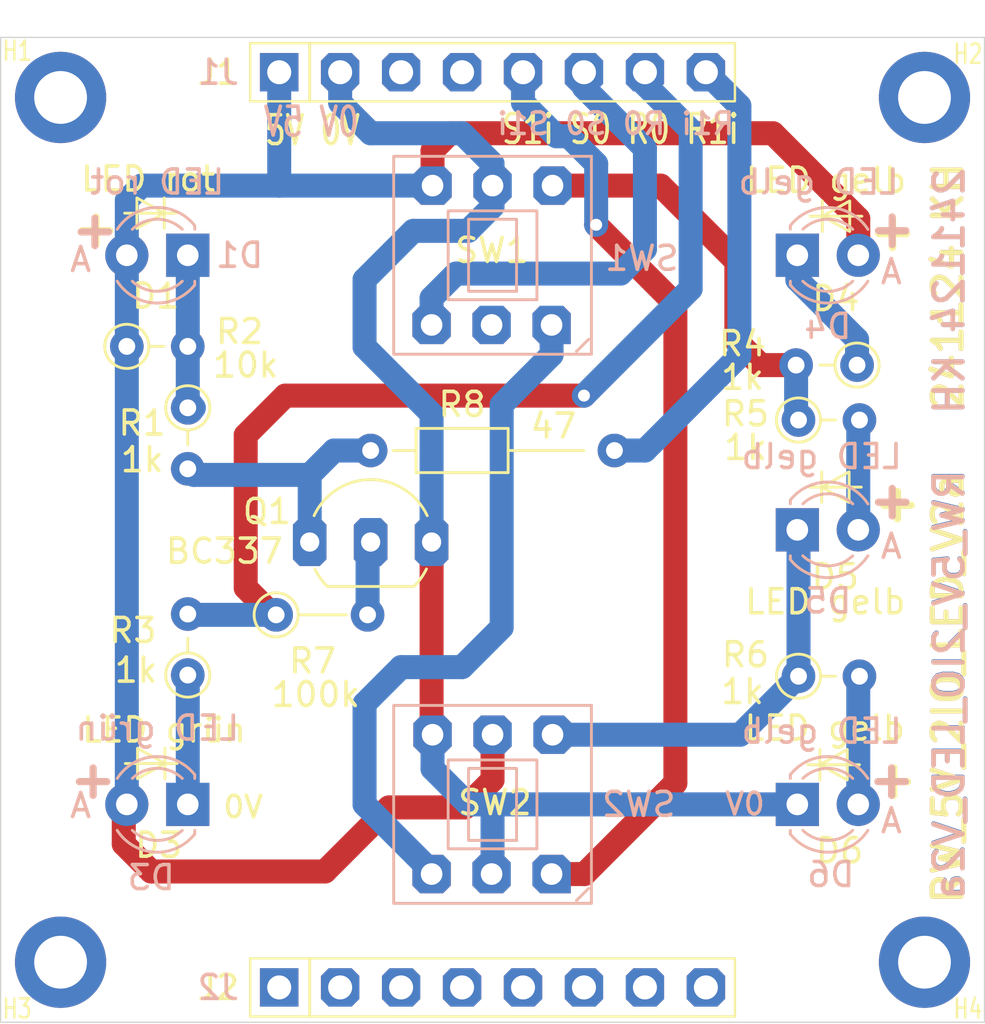
<source format=kicad_pcb>
(kicad_pcb (version 20240108) (generator "pcbnew") (generator_version "8.0")
  (layers (0 "F.Cu" signal) (31 "B.Cu" signal) (34 "B.Paste" user) (35 "F.Paste" user) (36 "B.SilkS" user "B.Silkscreen") (37 "F.SilkS" user "F.Silkscreen") (38 "B.Mask" user) (39 "F.Mask" user) (44 "Edge.Cuts" user))
  (net 0 "")
  (net 1 "Net-(D1-K)")
  (net 2 "/V_I2C")
  (net 3 "/LED_on")
  (net 4 "Net-(D3-K)")
  (net 5 "Net-(D4-K)")
  (net 6 "Net-(D5-A)")
  (net 7 "/S1i")
  (net 8 "/0V")
  (net 9 "/R1i")
  (net 13 "/S0")
  (net 16 "/R0")
  (net 22 "/LED_off")
  (net 24 "/S1ii")
  (net 25 "Net-(Q1-B)")
  (net 26 "Net-(Q1-C)")
  (net 27 "Net-(D6-A)")
  (footprint "Resistor_THT:R_Axial_DIN0204_L3.6mm_D1.6mm_P2.54mm_Vertical" (layer "F.Cu") (at 39.37 50.496 90)
    (property "Reference" "R3" (at 1.855 -2.286 0) (layer "F.SilkS"))
    (property "Value" "1k")
    (fp_line (start 0.92 0) (end 1.54 0) (stroke (width 0.12)) (layer "F.SilkS"))
    (fp_circle (center 0 0) (end 0.92 0) (stroke (width 0.12)) (fill none) (layer "F.SilkS"))
    (pad "1" thru_hole circle (at 0 0 90) (size 1.4 1.4) (drill 0.7) (layers "*.Cu" "*.Mask") (net 4 "Net-(D3-K)"))
    (pad "2" thru_hole oval (at 2.54 0 90) (size 1.4 1.4) (drill 0.7) (layers "*.Cu" "*.Mask") (net 16 "/R0"))
  )
  (footprint "Resistor_THT:R_Axial_DIN0204_L3.6mm_D1.6mm_P2.54mm_Vertical" (layer "F.Cu") (at 67.26 37.592 180)
    (property "Reference" "R4" (at 4.776 0.889 0) (layer "F.SilkS"))
    (property "Value" "1k")
    (fp_line (start 0.92 0) (end 1.54 0) (stroke (width 0.12)) (layer "F.SilkS"))
    (fp_circle (center 0 0) (end 0.92 0) (stroke (width 0.12)) (fill none) (layer "F.SilkS"))
    (pad "1" thru_hole circle (at 0 0 180) (size 1.4 1.4) (drill 0.7) (layers "*.Cu" "*.Mask") (net 5 "Net-(D4-K)"))
    (pad "2" thru_hole oval (at 2.54 0 180) (size 1.4 1.4) (drill 0.7) (layers "*.Cu" "*.Mask") (net 22 "/LED_off"))
  )
  (footprint "_kh_library:R_Axial_DIN0204_L3.6mm_D1.6mm_P2.54mm_Vertical_kh" (layer "F.Cu") (at 36.83 36.813)
    (property "Reference" "R2" (at 4.699 -0.618 0) (layer "F.SilkS"))
    (property "Value" "10k")
    (fp_line (start 0.92 0) (end 1.54 0) (stroke (width 0.12)) (layer "F.SilkS"))
    (fp_circle (center 0 0) (end 0.92 0) (stroke (width 0.12)) (fill none) (layer "F.SilkS"))
    (pad "1" thru_hole circle (at 0 0) (size 1.4 1.4) (drill 0.7) (layers "*.Cu" "*.Mask") (net 2 "/V_I2C"))
    (pad "2" thru_hole oval (at 2.54 0) (size 1.4 1.4) (drill 0.7) (layers "*.Cu" "*.Mask") (net 1 "Net-(D1-K)"))
  )
  (footprint "_kh_library:MountingHole_2.2mm_M2_Pad_TopBottom_kh" (layer "F.Cu") (at 70.07 26.45)
    (property "Reference" "H2" (at 1.812 -1.812 0) (layer "F.SilkS") (effects (font (size 0.8 0.6) (thickness 0.1) (bold yes))))
    (property "Value" "MountingHole" (hide yes))
    (pad "1" thru_hole circle (at 0 0) (size 2.6 2.6) (drill 2.2) (layers "*.Cu" "*.Mask"))
    (pad "1" connect circle (at 0 0) (size 3.8 3.8) (layers "F.Cu" "F.Mask"))
    (pad "1" connect circle (at 0 0) (size 3.8 3.8) (layers "B.Cu" "B.Mask"))
  )
  (footprint "_kh_library:MountingHole_2.2mm_M2_Pad_TopBottom_kh" (layer "F.Cu") (at 34.07 26.45)
    (property "Reference" "H1" (at -1.812 -1.939 0) (layer "F.SilkS") (effects (font (size 0.8 0.6) (thickness 0.1) (bold yes))))
    (property "Value" "MountingHole" (hide yes))
    (pad "1" thru_hole circle (at 0 0) (size 2.6 2.6) (drill 2.2) (layers "*.Cu" "*.Mask"))
    (pad "1" connect circle (at 0 0) (size 3.8 3.8) (layers "F.Cu" "F.Mask"))
    (pad "1" connect circle (at 0 0) (size 3.8 3.8) (layers "B.Cu" "B.Mask"))
  )
  (footprint "Resistor_THT:R_Axial_DIN0204_L3.6mm_D1.6mm_P2.54mm_Vertical" (layer "F.Cu") (at 39.37 39.37 -90)
    (property "Reference" "R1" (at 0.635 1.905 180) (layer "F.SilkS"))
    (property "Value" "1k")
    (fp_line (start 0.92 0) (end 1.54 0) (stroke (width 0.12)) (layer "F.SilkS"))
    (fp_circle (center 0 0) (end 0.92 0) (stroke (width 0.12)) (fill none) (layer "F.SilkS"))
    (pad "1" thru_hole circle (at 0 0 270) (size 1.4 1.4) (drill 0.7) (layers "*.Cu" "*.Mask") (net 1 "Net-(D1-K)"))
    (pad "2" thru_hole oval (at 2.54 0 270) (size 1.4 1.4) (drill 0.7) (layers "*.Cu" "*.Mask") (net 26 "Net-(Q1-C)"))
  )
  (footprint "_kh_library:R_Axial_DIN0204_L3.6mm_D1.6mm_P10,16mm_Horizontal" (layer "F.Cu") (at 46.99 41.148)
    (property "Reference" "R8" (at 3.81 -1.92 0) (layer "F.SilkS"))
    (property "Value" "47")
    (fp_line (start 0.94 0) (end 1.89 0) (stroke (width 0.12)) (layer "F.SilkS"))
    (fp_line (start 1.89 -0.92) (end 1.89 0.92) (stroke (width 0.12)) (layer "F.SilkS"))
    (fp_line (start 1.89 0.92) (end 5.73 0.92) (stroke (width 0.12)) (layer "F.SilkS"))
    (fp_line (start 5.73 -0.92) (end 1.89 -0.92) (stroke (width 0.12)) (layer "F.SilkS"))
    (fp_line (start 5.73 0.92) (end 5.73 -0.92) (stroke (width 0.12)) (layer "F.SilkS"))
    (fp_line (start 8.89 0) (end 5.73 0) (stroke (width 0.12)) (layer "F.SilkS"))
    (pad "1" thru_hole circle (at 0 0) (size 1.4 1.4) (drill 0.7) (layers "*.Cu" "*.Mask") (net 26 "Net-(Q1-C)"))
    (pad "2" thru_hole oval (at 10.16 0) (size 1.4 1.4) (drill 0.7) (layers "*.Cu" "*.Mask") (net 9 "/R1i"))
  )
  (footprint "Resistor_THT:R_Axial_DIN0204_L3.6mm_D1.6mm_P2.54mm_Vertical" (layer "F.Cu") (at 64.82 50.546)
    (property "Reference" "R6" (at -2.209 -0.889 180) (layer "F.SilkS"))
    (property "Value" "1k")
    (fp_line (start 0.92 0) (end 1.54 0) (stroke (width 0.12)) (layer "F.SilkS"))
    (fp_circle (center 0 0) (end 0.92 0) (stroke (width 0.12)) (fill none) (layer "F.SilkS"))
    (pad "1" thru_hole circle (at 0 0) (size 1.4 1.4) (drill 0.7) (layers "*.Cu" "*.Mask") (net 3 "/LED_on"))
    (pad "2" thru_hole oval (at 2.54 0) (size 1.4 1.4) (drill 0.7) (layers "*.Cu" "*.Mask") (net 27 "Net-(D6-A)"))
  )
  (footprint "_kh_library:PinSocket_1x08_P2.54mm_Vertical_11mm_kh" (layer "F.Cu") (at 43.18 25.4 90)
    (property "Reference" "J1" (at 0 -2.54 180) (layer "F.SilkS"))
    (property "Value" "Conn_01x08_Pin")
    (fp_line (start -1.21 1.27) (end 1.21 1.27) (stroke (width 0.12)) (layer "F.SilkS"))
    (fp_rect (start -1.21 -1.21) (end 1.21 18.99) (stroke (width 0.1)) (fill none) (layer "F.SilkS"))
    (pad "1" thru_hole rect (at 0 0 90) (size 1.6 1.6) (drill 1) (layers "*.Cu" "*.Mask") (net 2 "/V_I2C"))
    (pad "2" thru_hole roundrect (at 0 2.54 90) (size 1.6 1.6) (drill 1) (layers "*.Cu" "*.Mask") (roundrect_rratio 0) (chamfer_ratio 0.2) (chamfer top_left top_right bottom_left bottom_right) (net 8 "/0V"))
    (pad "3" thru_hole roundrect (at 0 5.08 90) (size 1.6 1.6) (drill 1) (layers "*.Cu" "*.Mask") (roundrect_rratio 0) (chamfer_ratio 0.2) (chamfer top_left top_right bottom_left bottom_right))
    (pad "4" thru_hole roundrect (at 0 7.62 90) (size 1.6 1.6) (drill 1) (layers "*.Cu" "*.Mask") (roundrect_rratio 0) (chamfer_ratio 0.2) (chamfer top_left top_right bottom_left bottom_right))
    (pad "5" thru_hole roundrect (at 0 10.16 90) (size 1.6 1.6) (drill 1) (layers "*.Cu" "*.Mask") (roundrect_rratio 0) (chamfer_ratio 0.2) (chamfer top_left top_right bottom_left bottom_right) (net 7 "/S1i"))
    (pad "6" thru_hole roundrect (at 0 12.7 90) (size 1.6 1.6) (drill 1) (layers "*.Cu" "*.Mask") (roundrect_rratio 0) (chamfer_ratio 0.2) (chamfer top_left top_right bottom_left bottom_right) (net 13 "/S0"))
    (pad "7" thru_hole roundrect (at 0 15.24 90) (size 1.6 1.6) (drill 1) (layers "*.Cu" "*.Mask") (roundrect_rratio 0) (chamfer_ratio 0.2) (chamfer top_left top_right bottom_left bottom_right) (net 16 "/R0"))
    (pad "8" thru_hole roundrect (at 0 17.78 90) (size 1.6 1.6) (drill 1) (layers "*.Cu" "*.Mask") (roundrect_rratio 0) (chamfer_ratio 0.2) (chamfer top_left top_right bottom_left bottom_right) (net 9 "/R1i"))
  )
  (footprint "Resistor_THT:R_Axial_DIN0204_L3.6mm_D1.6mm_P2.54mm_Vertical" (layer "F.Cu") (at 64.82 39.878)
    (property "Reference" "R5" (at -2.209 -0.254 0) (layer "F.SilkS"))
    (property "Value" "1k")
    (fp_line (start 0.92 0) (end 1.54 0) (stroke (width 0.12)) (layer "F.SilkS"))
    (fp_circle (center 0 0) (end 0.92 0) (stroke (width 0.12)) (fill none) (layer "F.SilkS"))
    (pad "1" thru_hole circle (at 0 0) (size 1.4 1.4) (drill 0.7) (layers "*.Cu" "*.Mask") (net 22 "/LED_off"))
    (pad "2" thru_hole oval (at 2.54 0) (size 1.4 1.4) (drill 0.7) (layers "*.Cu" "*.Mask") (net 6 "Net-(D5-A)"))
  )
  (footprint "_kh_library:TO-92_Inline_Wide_custom" (layer "F.Cu") (at 44.45 44.958)
    (property "Reference" "Q1" (at -1.778 -1.27 0) (layer "F.SilkS"))
    (property "Value" "BC337")
    (fp_line (start 0.74 1.85) (end 4.34 1.85) (stroke (width 0.12)) (layer "F.SilkS"))
    (fp_arc (start 0.1836 -1.098807) (mid 1.143021 -2.192817) (end 2.54 -2.6) (stroke (width 0.12)) (layer "F.SilkS"))
    (fp_arc (start 0.74 1.85) (mid 0.446097 1.509328) (end 0.215816 1.122795) (stroke (width 0.12)) (layer "F.SilkS"))
    (fp_arc (start 2.54 -2.6) (mid 3.936979 -2.192818) (end 4.8964 -1.098807) (stroke (width 0.12)) (layer "F.SilkS"))
    (fp_arc (start 4.864184 1.122795) (mid 4.633903 1.509328) (end 4.34 1.85) (stroke (width 0.12)) (layer "F.SilkS"))
    (pad "1" thru_hole roundrect (at 0 0) (size 1.4 2) (drill 0.8) (layers "*.Cu" "*.Mask") (roundrect_rratio 0) (chamfer_ratio 0.2) (chamfer top_left top_right bottom_left bottom_right) (net 26 "Net-(Q1-C)"))
    (pad "2" thru_hole roundrect (at 2.54 0) (size 1.4 2) (drill 0.8) (layers "*.Cu" "*.Mask") (roundrect_rratio 0) (chamfer_ratio 0.2) (chamfer top_left top_right bottom_left bottom_right) (net 25 "Net-(Q1-B)"))
    (pad "3" thru_hole roundrect (at 5.08 0) (size 1.4 2) (drill 0.8) (layers "*.Cu" "*.Mask") (roundrect_rratio 0) (chamfer_ratio 0.2) (chamfer top_left top_right bottom_left bottom_right) (net 8 "/0V"))
  )
  (footprint "_kh_library:R_Axial_DIN0204_L3.6mm_D1.6mm_P3.81mm_Vertical_kh" (layer "F.Cu") (at 43.053 47.989)
    (property "Reference" "R7" (at 1.524 1.922 0) (layer "F.SilkS"))
    (property "Value" "100k")
    (fp_line (start 1.016 0) (end 2.921 0) (stroke (width 0.12)) (layer "F.SilkS"))
    (fp_circle (center 0 0) (end 0.92 0) (stroke (width 0.12)) (fill none) (layer "F.SilkS"))
    (pad "1" thru_hole circle (at 0 0) (size 1.4 1.4) (drill 0.7) (layers "*.Cu" "*.Mask") (net 16 "/R0"))
    (pad "2" thru_hole oval (at 3.81 0) (size 1.4 1.4) (drill 0.7) (layers "*.Cu" "*.Mask") (net 25 "Net-(Q1-B)"))
  )
  (footprint "_kh_library:MountingHole_2.2mm_M2_Pad_TopBottom_kh" (layer "F.Cu") (at 34.07 62.45)
    (property "Reference" "H3" (at -1.812 1.939 0) (layer "F.SilkS") (effects (font (size 0.8 0.6) (thickness 0.1) (bold yes))))
    (property "Value" "MountingHole" (hide yes))
    (pad "1" thru_hole circle (at 0 0) (size 2.6 2.6) (drill 2.2) (layers "*.Cu" "*.Mask"))
    (pad "1" connect circle (at 0 0) (size 3.8 3.8) (layers "F.Cu" "F.Mask"))
    (pad "1" connect circle (at 0 0) (size 3.8 3.8) (layers "B.Cu" "B.Mask"))
  )
  (footprint "_kh_library:PinSocket_1x08_P2.54mm_Vertical_11mm_kh" (layer "F.Cu") (at 43.18 63.5 90)
    (property "Reference" "J2" (at 0 -2.54 180) (layer "F.SilkS"))
    (property "Value" "Conn_01x08_Pin")
    (fp_line (start -1.21 1.27) (end 1.21 1.27) (stroke (width 0.12)) (layer "F.SilkS"))
    (fp_rect (start -1.21 -1.21) (end 1.21 18.99) (stroke (width 0.1)) (fill none) (layer "F.SilkS"))
    (pad "1" thru_hole rect (at 0 0 90) (size 1.6 1.6) (drill 1) (layers "*.Cu" "*.Mask"))
    (pad "2" thru_hole roundrect (at 0 2.54 90) (size 1.6 1.6) (drill 1) (layers "*.Cu" "*.Mask") (roundrect_rratio 0) (chamfer_ratio 0.2) (chamfer top_left top_right bottom_left bottom_right))
    (pad "3" thru_hole roundrect (at 0 5.08 90) (size 1.6 1.6) (drill 1) (layers "*.Cu" "*.Mask") (roundrect_rratio 0) (chamfer_ratio 0.2) (chamfer top_left top_right bottom_left bottom_right))
    (pad "4" thru_hole roundrect (at 0 7.62 90) (size 1.6 1.6) (drill 1) (layers "*.Cu" "*.Mask") (roundrect_rratio 0) (chamfer_ratio 0.2) (chamfer top_left top_right bottom_left bottom_right))
    (pad "5" thru_hole roundrect (at 0 10.16 90) (size 1.6 1.6) (drill 1) (layers "*.Cu" "*.Mask") (roundrect_rratio 0) (chamfer_ratio 0.2) (chamfer top_left top_right bottom_left bottom_right))
    (pad "6" thru_hole roundrect (at 0 12.7 90) (size 1.6 1.6) (drill 1) (layers "*.Cu" "*.Mask") (roundrect_rratio 0) (chamfer_ratio 0.2) (chamfer top_left top_right bottom_left bottom_right))
    (pad "7" thru_hole roundrect (at 0 15.24 90) (size 1.6 1.6) (drill 1) (layers "*.Cu" "*.Mask") (roundrect_rratio 0) (chamfer_ratio 0.2) (chamfer top_left top_right bottom_left bottom_right))
    (pad "8" thru_hole roundrect (at 0 17.78 90) (size 1.6 1.6) (drill 1) (layers "*.Cu" "*.Mask") (roundrect_rratio 0) (chamfer_ratio 0.2) (chamfer top_left top_right bottom_left bottom_right))
  )
  (footprint "_kh_library:MountingHole_2.2mm_M2_Pad_TopBottom_kh" (layer "F.Cu") (at 70.07 62.45)
    (property "Reference" "H4" (at 1.812 1.939 0) (layer "F.SilkS") (effects (font (size 0.8 0.6) (thickness 0.1) (bold yes))))
    (property "Value" "MountingHole" (hide yes))
    (pad "1" thru_hole circle (at 0 0) (size 2.6 2.6) (drill 2.2) (layers "*.Cu" "*.Mask"))
    (pad "1" connect circle (at 0 0) (size 3.8 3.8) (layers "F.Cu" "F.Mask"))
    (pad "1" connect circle (at 0 0) (size 3.8 3.8) (layers "B.Cu" "B.Mask"))
  )
  (footprint "LED_THT:LED_D3.0mm" (layer "B.Cu") (at 64.77 33.02)
    (property "Reference" "D4" (at 1.27 2.96 180) (layer "B.SilkS") (effects (justify mirror)))
    (property "Value" "LED gelb")
    (fp_line (start -0.29 -1.236) (end -0.29 -1.08) (stroke (width 0.12)) (layer "B.SilkS"))
    (fp_line (start -0.29 1.08) (end -0.29 1.236) (stroke (width 0.12)) (layer "B.SilkS"))
    (fp_arc (start -0.29 -1.235516) (mid 1.366487 -1.987659) (end 2.942335 -1.078608) (stroke (width 0.12)) (layer "B.SilkS"))
    (fp_arc (start 0.229039 -1.08) (mid 1.270117 -1.5) (end 2.31113 -1.079837) (stroke (width 0.12)) (layer "B.SilkS"))
    (fp_arc (start 2.31113 1.079837) (mid 1.270117 1.5) (end 0.229039 1.08) (stroke (width 0.12)) (layer "B.SilkS"))
    (fp_arc (start 2.942335 1.078608) (mid 1.366487 1.987659) (end -0.29 1.235516) (stroke (width 0.12)) (layer "B.SilkS"))
    (pad "1" thru_hole rect (at 0 0) (size 1.8 1.8) (drill 0.9) (layers "*.Cu" "*.Mask") (net 5 "Net-(D4-K)"))
    (pad "2" thru_hole circle (at 2.54 0) (size 1.8 1.8) (drill 0.9) (layers "*.Cu" "*.Mask") (net 2 "/V_I2C"))
  )
  (footprint "LED_THT:LED_D3.0mm" (layer "B.Cu") (at 64.77 44.45)
    (property "Reference" "D5" (at 1.27 2.96 180) (layer "B.SilkS") (effects (justify mirror)))
    (property "Value" "LED gelb")
    (fp_line (start -0.29 -1.236) (end -0.29 -1.08) (stroke (width 0.12)) (layer "B.SilkS"))
    (fp_line (start -0.29 1.08) (end -0.29 1.236) (stroke (width 0.12)) (layer "B.SilkS"))
    (fp_arc (start -0.29 -1.235516) (mid 1.366487 -1.987659) (end 2.942335 -1.078608) (stroke (width 0.12)) (layer "B.SilkS"))
    (fp_arc (start 0.229039 -1.08) (mid 1.270117 -1.5) (end 2.31113 -1.079837) (stroke (width 0.12)) (layer "B.SilkS"))
    (fp_arc (start 2.31113 1.079837) (mid 1.270117 1.5) (end 0.229039 1.08) (stroke (width 0.12)) (layer "B.SilkS"))
    (fp_arc (start 2.942335 1.078608) (mid 1.366487 1.987659) (end -0.29 1.235516) (stroke (width 0.12)) (layer "B.SilkS"))
    (pad "1" thru_hole rect (at 0 0) (size 1.8 1.8) (drill 0.9) (layers "*.Cu" "*.Mask") (net 3 "/LED_on"))
    (pad "2" thru_hole circle (at 2.54 0) (size 1.8 1.8) (drill 0.9) (layers "*.Cu" "*.Mask") (net 6 "Net-(D5-A)"))
  )
  (footprint "_kh_library:SW_Push_DPDT_8x8" (layer "B.Cu") (at 54.57 35.92 180)
    (property "Reference" "SW1" (at -3.723 2.773 0) (layer "B.SilkS") (effects (justify mirror)))
    (property "Value" "SW_Push_DPDT_8x8" (hide yes))
    (fp_line (start -1 -1.1) (end -1.5 -0.6) (stroke (width 0.12)) (layer "B.SilkS"))
    (fp_rect (start 1.5 1.4) (end 3.5 4.4) (stroke (width 0.12)) (fill none) (layer "B.SilkS"))
    (fp_rect (start 0.65 1.05) (end 4.35 4.75) (stroke (width 0.12)) (fill none) (layer "B.SilkS"))
    (fp_rect (start -1.62 7.02) (end 6.62 -1.22) (stroke (width 0.12)) (fill none) (layer "B.SilkS"))
    (pad "1" thru_hole roundrect (at 0.04 0 180) (size 1.6 1.6) (drill 0.9) (layers "*.Cu" "*.Mask") (roundrect_rratio 0) (chamfer_ratio 0.2) (chamfer top_right bottom_left bottom_right) (net 24 "/S1ii"))
    (pad "2" thru_hole roundrect (at 2.54 0 180) (size 1.6 1.6) (drill 0.9) (layers "*.Cu" "*.Mask") (roundrect_rratio 0) (chamfer_ratio 0.2) (chamfer top_left top_right bottom_left bottom_right))
    (pad "3" thru_hole roundrect (at 5.04 0 180) (size 1.6 1.6) (drill 0.9) (layers "*.Cu" "*.Mask") (roundrect_rratio 0) (chamfer_ratio 0.2) (chamfer top_left top_right bottom_left bottom_right) (net 13 "/S0"))
    (pad "4" thru_hole roundrect (at 5 5.8 180) (size 1.6 1.6) (drill 0.9) (layers "*.Cu" "*.Mask") (roundrect_rratio 0) (chamfer_ratio 0.2) (chamfer top_left top_right bottom_left bottom_right) (net 2 "/V_I2C"))
    (pad "5" thru_hole roundrect (at 2.5 5.8 180) (size 1.6 1.6) (drill 0.9) (layers "*.Cu" "*.Mask") (roundrect_rratio 0) (chamfer_ratio 0.2) (chamfer top_left top_right bottom_left bottom_right) (net 8 "/0V"))
    (pad "6" thru_hole roundrect (at 0 5.8 180) (size 1.6 1.6) (drill 0.9) (layers "*.Cu" "*.Mask") (roundrect_rratio 0) (chamfer_ratio 0.2) (chamfer top_left top_right bottom_left bottom_right) (net 22 "/LED_off"))
  )
  (footprint "LED_THT:LED_D3.0mm" (layer "B.Cu") (at 39.37 33.02 180)
    (property "Reference" "D1" (at -2.159 0 0) (layer "B.SilkS") (effects (justify mirror)))
    (property "Value" "LED rot")
    (fp_line (start -0.29 1.08) (end -0.29 1.236) (stroke (width 0.12)) (layer "B.SilkS"))
    (fp_line (start -0.29 -1.236) (end -0.29 -1.08) (stroke (width 0.12)) (layer "B.SilkS"))
    (fp_arc (start 2.942335 1.078608) (mid 1.366487 1.987659) (end -0.29 1.235516) (stroke (width 0.12)) (layer "B.SilkS"))
    (fp_arc (start 2.31113 1.079837) (mid 1.270117 1.5) (end 0.229039 1.08) (stroke (width 0.12)) (layer "B.SilkS"))
    (fp_arc (start 0.229039 -1.08) (mid 1.270117 -1.5) (end 2.31113 -1.079837) (stroke (width 0.12)) (layer "B.SilkS"))
    (fp_arc (start -0.29 -1.235516) (mid 1.366487 -1.987659) (end 2.942335 -1.078608) (stroke (width 0.12)) (layer "B.SilkS"))
    (pad "1" thru_hole rect (at 0 0 180) (size 1.8 1.8) (drill 0.9) (layers "*.Cu" "*.Mask") (net 1 "Net-(D1-K)"))
    (pad "2" thru_hole circle (at 2.54 0 180) (size 1.8 1.8) (drill 0.9) (layers "*.Cu" "*.Mask") (net 2 "/V_I2C"))
  )
  (footprint "_kh_library:SW_Push_DPDT_8x8" (layer "B.Cu") (at 54.57 58.78 180)
    (property "Reference" "SW2" (at -3.596 2.9 0) (layer "B.SilkS") (effects (justify mirror)))
    (property "Value" "SW_Push_DPDT_8x8")
    (fp_line (start -1 -1.1) (end -1.5 -0.6) (stroke (width 0.12)) (layer "B.SilkS"))
    (fp_rect (start 1.5 1.4) (end 3.5 4.4) (stroke (width 0.12)) (fill none) (layer "B.SilkS"))
    (fp_rect (start 0.65 1.05) (end 4.35 4.75) (stroke (width 0.12)) (fill none) (layer "B.SilkS"))
    (fp_rect (start -1.62 7.02) (end 6.62 -1.22) (stroke (width 0.12)) (fill none) (layer "B.SilkS"))
    (pad "1" thru_hole roundrect (at 0.04 0 180) (size 1.6 1.6) (drill 0.9) (layers "*.Cu" "*.Mask") (roundrect_rratio 0) (chamfer_ratio 0.2) (chamfer top_right bottom_left bottom_right) (net 7 "/S1i"))
    (pad "2" thru_hole roundrect (at 2.54 0 180) (size 1.6 1.6) (drill 0.9) (layers "*.Cu" "*.Mask") (roundrect_rratio 0) (chamfer_ratio 0.2) (chamfer top_left top_right bottom_left bottom_right) (net 8 "/0V"))
    (pad "3" thru_hole roundrect (at 5.04 0 180) (size 1.6 1.6) (drill 0.9) (layers "*.Cu" "*.Mask") (roundrect_rratio 0) (chamfer_ratio 0.2) (chamfer top_left top_right bottom_left bottom_right) (net 24 "/S1ii"))
    (pad "4" thru_hole roundrect (at 5 5.8 180) (size 1.6 1.6) (drill 0.9) (layers "*.Cu" "*.Mask") (roundrect_rratio 0) (chamfer_ratio 0.2) (chamfer top_left top_right bottom_left bottom_right) (net 8 "/0V"))
    (pad "5" thru_hole roundrect (at 2.5 5.8 180) (size 1.6 1.6) (drill 0.9) (layers "*.Cu" "*.Mask") (roundrect_rratio 0) (chamfer_ratio 0.2) (chamfer top_left top_right bottom_left bottom_right) (net 2 "/V_I2C"))
    (pad "6" thru_hole roundrect (at 0 5.8 180) (size 1.6 1.6) (drill 0.9) (layers "*.Cu" "*.Mask") (roundrect_rratio 0) (chamfer_ratio 0.2) (chamfer top_left top_right bottom_left bottom_right) (net 3 "/LED_on"))
  )
  (footprint "LED_THT:LED_D3.0mm" (layer "B.Cu") (at 39.37 55.88 180)
    (property "Reference" "D3" (at 1.524 -3.048 0) (layer "B.SilkS") (effects (justify mirror)))
    (property "Value" "LED grün")
    (fp_line (start -0.29 1.08) (end -0.29 1.236) (stroke (width 0.12)) (layer "B.SilkS"))
    (fp_line (start -0.29 -1.236) (end -0.29 -1.08) (stroke (width 0.12)) (layer "B.SilkS"))
    (fp_arc (start 2.942335 1.078608) (mid 1.366487 1.987659) (end -0.29 1.235516) (stroke (width 0.12)) (layer "B.SilkS"))
    (fp_arc (start 2.31113 1.079837) (mid 1.270117 1.5) (end 0.229039 1.08) (stroke (width 0.12)) (layer "B.SilkS"))
    (fp_arc (start 0.229039 -1.08) (mid 1.270117 -1.5) (end 2.31113 -1.079837) (stroke (width 0.12)) (layer "B.SilkS"))
    (fp_arc (start -0.29 -1.235516) (mid 1.366487 -1.987659) (end 2.942335 -1.078608) (stroke (width 0.12)) (layer "B.SilkS"))
    (pad "1" thru_hole rect (at 0 0 180) (size 1.8 1.8) (drill 0.9) (layers "*.Cu" "*.Mask") (net 4 "Net-(D3-K)"))
    (pad "2" thru_hole circle (at 2.54 0 180) (size 1.8 1.8) (drill 0.9) (layers "*.Cu" "*.Mask") (net 2 "/V_I2C"))
  )
  (footprint "LED_THT:LED_D3.0mm" (layer "B.Cu") (at 64.77 55.88)
    (property "Reference" "D6" (at 1.397 2.921 180) (layer "B.SilkS") (effects (justify mirror)))
    (property "Value" "LED gelb")
    (fp_line (start -0.29 -1.236) (end -0.29 -1.08) (stroke (width 0.12)) (layer "B.SilkS"))
    (fp_line (start -0.29 1.08) (end -0.29 1.236) (stroke (width 0.12)) (layer "B.SilkS"))
    (fp_arc (start -0.29 -1.235516) (mid 1.366487 -1.987659) (end 2.942335 -1.078608) (stroke (width 0.12)) (layer "B.SilkS"))
    (fp_arc (start 0.229039 -1.08) (mid 1.270117 -1.5) (end 2.31113 -1.079837) (stroke (width 0.12)) (layer "B.SilkS"))
    (fp_arc (start 2.31113 1.079837) (mid 1.270117 1.5) (end 0.229039 1.08) (stroke (width 0.12)) (layer "B.SilkS"))
    (fp_arc (start 2.942335 1.078608) (mid 1.366487 1.987659) (end -0.29 1.235516) (stroke (width 0.12)) (layer "B.SilkS"))
    (pad "1" thru_hole rect (at 0 0) (size 1.8 1.8) (drill 0.9) (layers "*.Cu" "*.Mask") (net 8 "/0V"))
    (pad "2" thru_hole circle (at 2.54 0) (size 1.8 1.8) (drill 0.9) (layers "*.Cu" "*.Mask") (net 27 "Net-(D6-A)"))
  )
  (gr_poly (pts (xy 65.7098 54.229) (xy 66.8528 54.864) (xy 66.8528 53.594)) (stroke (width 0.12)) (fill none) (layer "F.SilkS"))
  (gr_line (start 65.8114 32.0294) (end 65.8114 30.7594) (stroke (width 0.12)) (layer "F.SilkS"))
  (gr_line (start 36.7665 54.1782) (end 38.9255 54.1782) (stroke (width 0.12)) (layer "F.SilkS"))
  (gr_line (start 67.437 42.672) (end 65.278 42.672) (stroke (width 0.12)) (layer "F.SilkS"))
  (gr_line (start 67.3608 54.229) (end 65.2018 54.229) (stroke (width 0.12)) (layer "F.SilkS"))
  (gr_poly (pts (xy 38.4175 54.1782) (xy 37.2745 53.5432) (xy 37.2745 54.8132)) (stroke (width 0.12)) (fill none) (layer "F.SilkS"))
  (gr_line (start 38.4175 53.5432) (end 38.4175 54.8132) (stroke (width 0.12)) (layer "F.SilkS"))
  (gr_line (start 65.7098 54.864) (end 65.7098 53.594) (stroke (width 0.12)) (layer "F.SilkS"))
  (gr_line (start 65.786 43.307) (end 65.786 42.037) (stroke (width 0.12)) (layer "F.SilkS"))
  (gr_poly (pts (xy 65.8114 31.3944) (xy 66.9544 32.0294) (xy 66.9544 30.7594)) (stroke (width 0.12)) (fill none) (layer "F.SilkS"))
  (gr_poly (pts (xy 65.786 42.672) (xy 66.929 43.307) (xy 66.929 42.037)) (stroke (width 0.12)) (fill none) (layer "F.SilkS"))
  (gr_line (start 36.7411 31.2674) (end 38.9001 31.2674) (stroke (width 0.12)) (layer "F.SilkS"))
  (gr_line (start 38.3921 30.6324) (end 38.3921 31.9024) (stroke (width 0.12)) (layer "F.SilkS"))
  (gr_line (start 67.4624 31.3944) (end 65.3034 31.3944) (stroke (width 0.12)) (layer "F.SilkS"))
  (gr_poly (pts (xy 38.3921 31.2674) (xy 37.2491 30.6324) (xy 37.2491 31.9024)) (stroke (width 0.12)) (fill none) (layer "F.SilkS"))
  (gr_rect (start 31.57 23.95) (end 72.57 64.95) (stroke (width 0.05)) (fill none) (layer "Edge.Cuts"))
  (gr_text "RW_5V_2IO_LED_V2a" (at 71.75 60.1218 90) (layer "F.Cu") (effects (font (size 1.2 1.2) (thickness 0.2) (bold yes)) (justify left bottom)))
  (gr_text "241124 KH" (at 71.75 39.5478 90) (layer "F.Cu") (effects (font (size 1.2 1.2) (thickness 0.2) (bold yes)) (justify left bottom)))
  (gr_text "RW_5V_2IO_LED_V2a" (at 71.8058 41.8084 90) (layer "B.Cu") (effects (font (size 1.2 1.2) (thickness 0.2) (bold yes)) (justify left bottom mirror)))
  (gr_text "241124 KH" (at 71.8058 29.2608 90) (layer "B.Cu") (effects (font (size 1.2 1.2) (thickness 0.2) (bold yes)) (justify left bottom mirror)))
  (gr_text "+" (at 69.85 32.766 0) (layer "B.SilkS") (effects (font (size 1.5 1.5) (thickness 0.3) (bold yes)) (justify left bottom mirror)))
  (gr_text "A" (at 69.215 45.72 0) (layer "B.SilkS") (effects (font (size 1 1) (thickness 0.15) (bold yes)) (justify left bottom mirror)))
  (gr_text "J2" (at 40.64 63.5 0) (layer "B.SilkS") (effects (font (size 1 1)) (justify mirror)))
  (gr_text "A" (at 69.215 34.29 0) (layer "B.SilkS") (effects (font (size 1 1) (thickness 0.15) (bold yes)) (justify left bottom mirror)))
  (gr_text "A" (at 69.215 57.15 0) (layer "B.SilkS") (effects (font (size 1 1) (thickness 0.15) (bold yes)) (justify left bottom mirror)))
  (gr_text "+" (at 69.85 44.069 0) (layer "B.SilkS") (effects (font (size 1.5 1.5) (thickness 0.3) (bold yes)) (justify left bottom mirror)))
  (gr_text "+" (at 36.6268 32.8168 0) (layer "B.SilkS") (effects (font (size 1.5 1.5) (thickness 0.3) (bold yes)) (justify left bottom mirror)))
  (gr_text "LED rot" (at 38.1 29.972 0) (layer "B.SilkS") (effects (font (size 1 1)) (justify mirror)))
  (gr_text "LED gelb" (at 65.786 41.402 0) (layer "B.SilkS") (effects (font (size 1 1)) (justify mirror)))
  (gr_text "+" (at 36.5506 55.7022 0) (layer "B.SilkS") (effects (font (size 1.5 1.5) (thickness 0.3) (bold yes)) (justify left bottom mirror)))
  (gr_text "LED gelb" (at 65.786 52.832 0) (layer "B.SilkS") (effects (font (size 1 1)) (justify mirror)))
  (gr_text "R1i R0 S0 S1i" (at 62.23 28.067 0) (layer "B.SilkS") (effects (font (size 0.9 0.9) (thickness 0.15) (bold yes)) (justify left bottom mirror)))
  (gr_text "241124 KH" (at 71.8058 29.2608 90) (layer "B.SilkS") (effects (font (size 1.2 1.2) (thickness 0.2) (bold yes)) (justify left bottom mirror)))
  (gr_text "LED gelb" (at 65.659 29.972 0) (layer "B.SilkS") (effects (font (size 1 1)) (justify mirror)))
  (gr_text "0V 5V" (at 46.5836 28.1686 0) (layer "B.SilkS") (effects (font (size 1.2 0.9) (thickness 0.15) (bold yes)) (justify left bottom mirror)))
  (gr_text "J1" (at 40.64 25.4 0) (layer "B.SilkS") (effects (font (size 1 1)) (justify mirror)))
  (gr_text "+" (at 69.8246 55.7022 0) (layer "B.SilkS") (effects (font (size 1.5 1.5) (thickness 0.3) (bold yes)) (justify left bottom mirror)))
  (gr_text "A" (at 35.433 56.515 0) (layer "B.SilkS") (effects (font (size 1 1) (thickness 0.15) (bold yes)) (justify left bottom mirror)))
  (gr_text "A" (at 35.433 33.782 0) (layer "B.SilkS") (effects (font (size 1 1) (thickness 0.15) (bold yes)) (justify left bottom mirror)))
  (gr_text "LED grün" (at 38.1 52.705 0) (layer "B.SilkS") (effects (font (size 1 1)) (justify mirror)))
  (gr_text "0V" (at 63.5 56.388 0) (layer "B.SilkS") (effects (font (size 0.9 0.9) (thickness 0.15) (bold yes)) (justify left bottom mirror)))
  (gr_text "RW_5V_2IO_LED_V2a" (at 71.8058 41.8338 90) (layer "B.SilkS") (effects (font (size 1.2 1.2) (thickness 0.2) (bold yes)) (justify left bottom mirror)))
  (gr_text "SW2" (at 50.546 56.388 0) (layer "F.SilkS") (effects (font (size 1 1) (thickness 0.15) (bold yes)) (justify left bottom)))
  (gr_text "RW_5V_2IO_LED_V2a" (at 71.75 60.1218 90) (layer "F.SilkS") (effects (font (size 1.2 1.2) (thickness 0.2) (bold yes)) (justify left bottom)))
  (gr_text "47" (at 54.61 40.132 0) (layer "F.SilkS") (effects (font (size 1 1))))
  (gr_text "S1i S0 R0 R1i" (at 52.3748 28.4734 0) (layer "F.SilkS") (effects (font (size 1.2 0.9) (thickness 0.15) (bold yes)) (justify left bottom)))
  (gr_text "+" (at 34.417 32.766 0) (layer "F.SilkS") (effects (font (size 1.5 1.5) (thickness 0.3) (bold yes)) (justify left bottom)))
  (gr_text "1k" (at 62.611 41.021 0) (layer "F.SilkS") (effects (font (size 1 1))))
  (gr_text "+" (at 67.6656 55.7022 0) (layer "F.SilkS") (effects (font (size 1.5 1.5) (thickness 0.3) (bold yes)) (justify left bottom)))
  (gr_text "1k" (at 37.465 41.529 0) (layer "F.SilkS") (effects (font (size 1 1))))
  (gr_text "0V" (at 40.767 56.515 0) (layer "F.SilkS") (effects (font (size 0.9 0.9) (thickness 0.15) (bold yes)) (justify left bottom)))
  (gr_text "BC337" (at 40.894 45.339 0) (layer "F.SilkS") (effects (font (size 1 1))))
  (gr_text "LED rot" (at 37.719 29.845 0) (layer "F.SilkS") (effects (font (size 1 1))))
  (gr_text "D6" (at 65.4558 58.3946 0) (layer "F.SilkS") (effects (font (size 1 1)) (justify left bottom)))
  (gr_text "D3" (at 37.084 58.166 0) (layer "F.SilkS") (effects (font (size 1 1)) (justify left bottom)))
  (gr_text "5V 0V" (at 42.4942 28.5242 0) (layer "F.SilkS") (effects (font (size 1.2 0.9) (thickness 0.15) (bold yes)) (justify left bottom)))
  (gr_text "D5" (at 65.278 46.99 0) (layer "F.SilkS") (effects (font (size 1 1)) (justify left bottom)))
  (gr_text "100k" (at 44.704 51.308 0) (layer "F.SilkS") (effects (font (size 1 1))))
  (gr_text "LED gelb" (at 65.9384 47.4472 0) (layer "F.SilkS") (effects (font (size 1 1))))
  (gr_text "1k" (at 37.211 50.292 0) (layer "F.SilkS") (effects (font (size 1 1))))
  (gr_text "+" (at 67.6148 32.893 0) (layer "F.SilkS") (effects (font (size 1.5 1.5) (thickness 0.3) (bold yes)) (justify left bottom)))
  (gr_text "241124 KH" (at 71.75 39.5478 90) (layer "F.SilkS") (effects (font (size 1.2 1.2) (thickness 0.2) (bold yes)) (justify left bottom)))
  (gr_text "LED gelb" (at 65.913 52.705 0) (layer "F.SilkS") (effects (font (size 1 1))))
  (gr_text "1k" (at 62.484 38.1 0) (layer "F.SilkS") (effects (font (size 1 1))))
  (gr_text "+" (at 67.818 44.196 0) (layer "F.SilkS") (effects (font (size 1.5 1.5) (thickness 0.3) (bold yes)) (justify left bottom)))
  (gr_text "D4" (at 65.3034 35.4076 0) (layer "F.SilkS") (effects (font (size 1 1)) (justify left bottom)))
  (gr_text "LED grün" (at 38.3794 52.7812 0) (layer "F.SilkS") (effects (font (size 1 1))))
  (gr_text "D1" (at 36.957 35.306 0) (layer "F.SilkS") (effects (font (size 1 1)) (justify left bottom)))
  (gr_text "SW1" (at 50.419 33.401 0) (layer "F.SilkS") (effects (font (size 1 1) (thickness 0.15) (bold yes)) (justify left bottom)))
  (gr_text "LED gelb" (at 65.9638 29.8958 0) (layer "F.SilkS") (effects (font (size 1 1))))
  (gr_text "1k" (at 62.484 51.181 0) (layer "F.SilkS") (effects (font (size 1 1))))
  (gr_text "10k" (at 41.783 37.592 0) (layer "F.SilkS") (effects (font (size 1 1))))
  (segment (start 39.37 36.813) (end 39.37 39.116) (width 1) (layer "B.Cu") (net 1))
  (segment (start 39.37 33.02) (end 39.37 36.813) (width 1) (layer "B.Cu") (net 1))
  (segment (start 39.37 39.116) (end 39.624 39.37) (width 1) (layer "B.Cu") (net 1))
  (segment (start 52.07 52.98) (end 52.07 54.864) (width 1) (layer "F.Cu") (net 2))
  (segment (start 47.752 56.007) (end 45.085 58.674) (width 1) (layer "F.Cu") (net 2))
  (segment (start 50.292 27.94) (end 49.57 28.662) (width 1) (layer "F.Cu") (net 2))
  (segment (start 37.846 58.674) (end 36.703 57.531) (width 1) (layer "F.Cu") (net 2))
  (segment (start 67.31 33.02) (end 67.31 31.496) (width 1) (layer "F.Cu") (net 2))
  (segment (start 52.07 54.864) (end 50.927 56.007) (width 1) (layer "F.Cu") (net 2))
  (segment (start 67.31 31.496) (end 63.754 27.94) (width 1) (layer "F.Cu") (net 2))
  (segment (start 36.703 57.531) (end 36.703 56.007) (width 1) (layer "F.Cu") (net 2))
  (segment (start 45.085 58.674) (end 37.846 58.674) (width 1) (layer "F.Cu") (net 2))
  (segment (start 49.57 28.662) (end 49.57 30.12) (width 1) (layer "F.Cu") (net 2))
  (segment (start 50.927 56.007) (end 47.752 56.007) (width 1) (layer "F.Cu") (net 2))
  (segment (start 63.754 27.94) (end 50.292 27.94) (width 1) (layer "F.Cu") (net 2))
  (segment (start 36.83 30.734) (end 36.83 33.02) (width 1) (layer "B.Cu") (net 2))
  (segment (start 43.18 30.12) (end 37.444 30.12) (width 1) (layer "B.Cu") (net 2))
  (segment (start 49.57 30.12) (end 43.18 30.12) (width 1) (layer "B.Cu") (net 2))
  (segment (start 43.18 25.4) (end 43.18 30.12) (width 1) (layer "B.Cu") (net 2))
  (segment (start 36.83 36.813) (end 36.83 55.88) (width 1) (layer "B.Cu") (net 2))
  (segment (start 36.83 33.02) (end 36.83 36.813) (width 1) (layer "B.Cu") (net 2))
  (segment (start 37.444 30.12) (end 36.83 30.734) (width 1) (layer "B.Cu") (net 2))
  (segment (start 62.386 52.98) (end 64.82 50.546) (width 1) (layer "B.Cu") (net 3))
  (segment (start 64.82 50.546) (end 64.82 44.5) (width 1) (layer "B.Cu") (net 3))
  (segment (start 54.57 52.98) (end 62.386 52.98) (width 1) (layer "B.Cu") (net 3))
  (segment (start 39.37 50.496) (end 39.37 55.88) (width 1) (layer "B.Cu") (net 4))
  (segment (start 67.26 36.526) (end 64.77 34.036) (width 1) (layer "B.Cu") (net 5))
  (segment (start 64.77 34.036) (end 64.77 33.02) (width 1) (layer "B.Cu") (net 5))
  (segment (start 67.26 37.592) (end 67.26 36.526) (width 1) (layer "B.Cu") (net 5))
  (segment (start 67.31 44.45) (end 67.31 39.928) (width 1) (layer "B.Cu") (net 6))
  (segment (start 56.388 31.75) (end 59.69 35.052) (width 1) (layer "F.Cu") (net 7))
  (segment (start 59.69 35.052) (end 59.69 54.991) (width 1) (layer "F.Cu") (net 7))
  (segment (start 55.901 58.78) (end 54.53 58.78) (width 1) (layer "F.Cu") (net 7))
  (segment (start 59.69 54.991) (end 55.901 58.78) (width 1) (layer "F.Cu") (net 7))
  (via (at 56.388 31.75) (size 1) (drill 0.5) (layers "F.Cu" "B.Cu") (net 7))
  (segment (start 53.34 26.67) (end 54.737 28.067) (width 1) (layer "B.Cu") (net 7))
  (segment (start 54.737 28.067) (end 55.245 28.067) (width 1) (layer "B.Cu") (net 7))
  (segment (start 53.34 25.4) (end 53.34 26.67) (width 1) (layer "B.Cu") (net 7))
  (segment (start 55.245 28.067) (end 56.388 29.21) (width 1) (layer "B.Cu") (net 7))
  (segment (start 56.388 29.21) (end 56.388 31.75) (width 1) (layer "B.Cu") (net 7))
  (segment (start 49.53 44.958) (end 49.53 52.94) (width 1) (layer "F.Cu") (net 8))
  (segment (start 51.054 55.88) (end 49.57 54.396) (width 1) (layer "B.Cu") (net 8))
  (segment (start 52.07 30.988) (end 51.054 32.004) (width 1) (layer "B.Cu") (net 8))
  (segment (start 45.72 25.4) (end 45.72 26.67) (width 1) (layer "B.Cu") (net 8))
  (segment (start 52.07 58.74) (end 52.03 58.78) (width 1) (layer "B.Cu") (net 8))
  (segment (start 48.768 32.004) (end 46.736 34.036) (width 1) (layer "B.Cu") (net 8))
  (segment (start 46.736 36.83) (end 49.53 39.624) (width 1) (layer "B.Cu") (net 8))
  (segment (start 52.07 29.21) (end 52.07 30.12) (width 1) (layer "B.Cu") (net 8))
  (segment (start 45.72 26.67) (end 46.99 27.94) (width 1) (layer "B.Cu") (net 8))
  (segment (start 50.8 27.94) (end 52.07 29.21) (width 1) (layer "B.Cu") (net 8))
  (segment (start 52.07 55.88) (end 52.07 58.74) (width 1) (layer "B.Cu") (net 8))
  (segment (start 51.054 32.004) (end 48.768 32.004) (width 1) (layer "B.Cu") (net 8))
  (segment (start 49.53 39.624) (end 49.53 44.958) (width 1) (layer "B.Cu") (net 8))
  (segment (start 46.99 27.94) (end 50.8 27.94) (width 1) (layer "B.Cu") (net 8))
  (segment (start 46.736 34.036) (end 46.736 36.83) (width 1) (layer "B.Cu") (net 8))
  (segment (start 52.07 55.88) (end 51.054 55.88) (width 1) (layer "B.Cu") (net 8))
  (segment (start 52.07 30.12) (end 52.07 30.988) (width 1) (layer "B.Cu") (net 8))
  (segment (start 49.57 52.98) (end 49.57 54.396) (width 1) (layer "B.Cu") (net 8))
  (segment (start 64.77 55.88) (end 52.07 55.88) (width 1) (layer "B.Cu") (net 8))
  (segment (start 58.42 41.148) (end 57.15 41.148) (width 1) (layer "B.Cu") (net 9))
  (segment (start 62.357 26.797) (end 62.357 37.211) (width 1) (layer "B.Cu") (net 9))
  (segment (start 60.96 25.4) (end 62.357 26.797) (width 1) (layer "B.Cu") (net 9))
  (segment (start 62.357 37.211) (end 58.42 41.148) (width 1) (layer "B.Cu") (net 9))
  (segment (start 50.546 33.782) (end 57.404 33.782) (width 1) (layer "B.Cu") (net 13))
  (segment (start 58.42 28.575) (end 55.88 26.035) (width 1) (layer "B.Cu") (net 13))
  (segment (start 58.42 32.766) (end 58.42 28.575) (width 1) (layer "B.Cu") (net 13))
  (segment (start 49.53 34.798) (end 50.546 33.782) (width 1) (layer "B.Cu") (net 13))
  (segment (start 57.404 33.782) (end 58.42 32.766) (width 1) (layer "B.Cu") (net 13))
  (segment (start 55.88 26.035) (end 55.88 25.4) (width 1) (layer "B.Cu") (net 13))
  (segment (start 49.53 35.92) (end 49.53 34.798) (width 1) (layer "B.Cu") (net 13))
  (segment (start 41.783 46.863) (end 41.783 40.513) (width 1) (layer "F.Cu") (net 16))
  (segment (start 43.434 38.862) (end 55.88 38.862) (width 1) (layer "F.Cu") (net 16))
  (segment (start 41.783 40.513) (end 43.434 38.862) (width 1) (layer "F.Cu") (net 16))
  (segment (start 42.909 47.989) (end 41.783 46.863) (width 1) (layer "F.Cu") (net 16))
  (via (at 55.88 38.862) (size 1) (drill 0.5) (layers "F.Cu" "B.Cu") (net 16))
  (segment (start 58.42 25.908) (end 60.325 27.813) (width 1) (layer "B.Cu") (net 16))
  (segment (start 60.325 34.417) (end 55.88 38.862) (width 1) (layer "B.Cu") (net 16))
  (segment (start 58.42 25.4) (end 58.42 25.908) (width 1) (layer "B.Cu") (net 16))
  (segment (start 60.325 27.813) (end 60.325 34.417) (width 1) (layer "B.Cu") (net 16))
  (segment (start 43.053 47.989) (end 39.403 47.989) (width 1) (layer "B.Cu") (net 16))
  (segment (start 59.076 30.12) (end 62.23 33.274) (width 1) (layer "F.Cu") (net 22))
  (segment (start 62.23 36.576) (end 63.246 37.592) (width 1) (layer "F.Cu") (net 22))
  (segment (start 62.23 33.274) (end 62.23 36.576) (width 1) (layer "F.Cu") (net 22))
  (segment (start 54.57 30.12) (end 59.076 30.12) (width 1) (layer "F.Cu") (net 22))
  (segment (start 63.246 37.592) (end 64.72 37.592) (width 1) (layer "F.Cu") (net 22))
  (segment (start 64.72 37.592) (end 64.72 39.778) (width 1) (layer "B.Cu") (net 22))
  (segment (start 46.736 51.689) (end 46.736 55.88) (width 1) (layer "B.Cu") (net 24))
  (segment (start 52.451 39.243) (end 52.451 48.514) (width 1) (layer "B.Cu") (net 24))
  (segment (start 46.736 55.88) (end 49.53 58.674) (width 1) (layer "B.Cu") (net 24))
  (segment (start 52.451 48.514) (end 50.8 50.165) (width 1) (layer "B.Cu") (net 24))
  (segment (start 54.53 35.92) (end 54.53 37.164) (width 1) (layer "B.Cu") (net 24))
  (segment (start 54.53 37.164) (end 52.451 39.243) (width 1) (layer "B.Cu") (net 24))
  (segment (start 50.8 50.165) (end 48.26 50.165) (width 1) (layer "B.Cu") (net 24))
  (segment (start 48.26 50.165) (end 46.736 51.689) (width 1) (layer "B.Cu") (net 24))
  (segment (start 46.863 47.989) (end 46.863 45.085) (width 1) (layer "B.Cu") (net 25))
  (segment (start 44.45 42.164) (end 39.624 42.164) (width 1) (layer "B.Cu") (net 26))
  (segment (start 39.624 42.164) (end 39.37 41.91) (width 1) (layer "B.Cu") (net 26))
  (segment (start 46.99 41.148) (end 45.466 41.148) (width 1) (layer "B.Cu") (net 26))
  (segment (start 45.466 41.148) (end 44.45 42.164) (width 1) (layer "B.Cu") (net 26))
  (segment (start 44.45 42.164) (end 44.45 44.958) (width 1) (layer "B.Cu") (net 26))
  (segment (start 67.31 55.88) (end 67.31 50.596) (width 1) (layer "B.Cu") (net 27))
)
</source>
